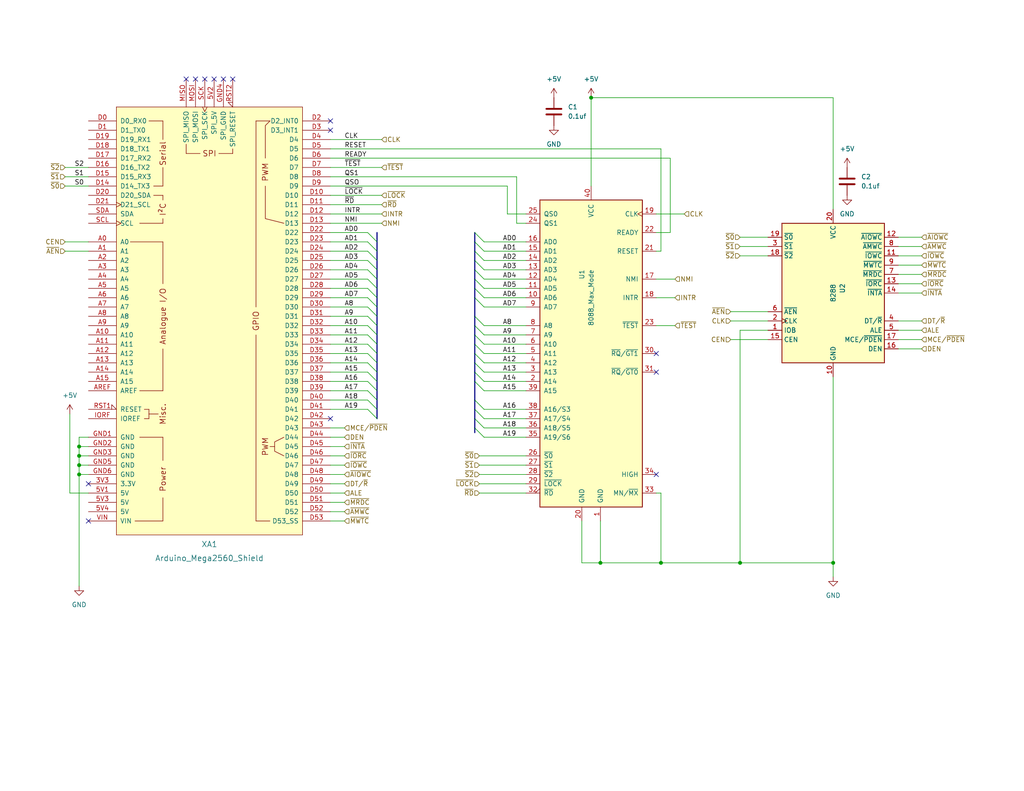
<source format=kicad_sch>
(kicad_sch (version 20211123) (generator eeschema)
  (paper "USLetter")
  (title_block (title "Ard8088") (rev "v01"))
  (lib_symbols
    (symbol "Arduino_Library:Arduino_Mega2560_Shield" (pin_names (offset 1.016))
      (property "Reference" "XA" (at 2.54 0 90))
      (property "Value" "Arduino_Mega2560_Shield" (at -2.54 0 90))
      (symbol "Arduino_Mega2560_Shield_0_0"
        (text "Analogue I/O" (at -12.7 1.27 900) (effects (font (size 1.524 1.524))))
        (text "I²C" (at -12.7 30.48 900) (effects (font (size 1.524 1.524))))
        (text "Misc." (at -12.7 -25.4 900) (effects (font (size 1.524 1.524))))
        (text "Power" (at -12.7 -43.18 900) (effects (font (size 1.524 1.524))))
        (text "PWM" (at 15.24 -34.29 900) (effects (font (size 1.524 1.524))))
        (text "PWM" (at 15.24 40.64 900) (effects (font (size 1.524 1.524))))
        (text "Serial" (at -12.7 45.72 900) (effects (font (size 1.524 1.524))))
        (text "SPI" (at 0 45.72 0) (effects (font (size 1.524 1.524))))
      )
      (symbol "Arduino_Mega2560_Shield_1_0"
        (text "GPIO" (at 12.7 0 900) (effects (font (size 1.524 1.524))))
      )
      (symbol "Arduino_Mega2560_Shield_1_1"
        (pin power_out line (at -33.02 -44.45 0) (length 7.62) (name "3.3V") (number "3V3"))
        (pin power_in line (at -33.02 -46.99 0) (length 7.62) (name "5V") (number "5V1"))
        (pin power_in line (at 1.27 66.04 270) (length 7.62) (name "SPI_5V") (number "5V2"))
        (pin power_in line (at -33.02 -49.53 0) (length 7.62) (name "5V") (number "5V3"))
        (pin power_in line (at -33.02 -52.07 0) (length 7.62) (name "5V") (number "5V4"))
        (pin bidirectional line (at -33.02 21.59 0) (length 7.62) (name "A0") (number "A0"))
        (pin bidirectional line (at -33.02 19.05 0) (length 7.62) (name "A1") (number "A1"))
        (pin bidirectional line (at -33.02 -3.81 0) (length 7.62) (name "A10") (number "A10"))
        (pin bidirectional line (at -33.02 -6.35 0) (length 7.62) (name "A11") (number "A11"))
        (pin bidirectional line (at -33.02 -8.89 0) (length 7.62) (name "A12") (number "A12"))
        (pin bidirectional line (at -33.02 -11.43 0) (length 7.62) (name "A13") (number "A13"))
        (pin bidirectional line (at -33.02 -13.97 0) (length 7.62) (name "A14") (number "A14"))
        (pin bidirectional line (at -33.02 -16.51 0) (length 7.62) (name "A15") (number "A15"))
        (pin bidirectional line (at -33.02 16.51 0) (length 7.62) (name "A2") (number "A2"))
        (pin bidirectional line (at -33.02 13.97 0) (length 7.62) (name "A3") (number "A3"))
        (pin bidirectional line (at -33.02 11.43 0) (length 7.62) (name "A4") (number "A4"))
        (pin bidirectional line (at -33.02 8.89 0) (length 7.62) (name "A5") (number "A5"))
        (pin bidirectional line (at -33.02 6.35 0) (length 7.62) (name "A6") (number "A6"))
        (pin bidirectional line (at -33.02 3.81 0) (length 7.62) (name "A7") (number "A7"))
        (pin bidirectional line (at -33.02 1.27 0) (length 7.62) (name "A8") (number "A8"))
        (pin bidirectional line (at -33.02 -1.27 0) (length 7.62) (name "A9") (number "A9"))
        (pin input line (at -33.02 -19.05 0) (length 7.62) (name "AREF") (number "AREF"))
        (pin bidirectional line (at -33.02 54.61 0) (length 7.62) (name "D0_RX0") (number "D0"))
        (pin bidirectional line (at -33.02 52.07 0) (length 7.62) (name "D1_TX0") (number "D1"))
        (pin bidirectional line (at 33.02 34.29 180) (length 7.62) (name "D10") (number "D10"))
        (pin bidirectional line (at 33.02 31.75 180) (length 7.62) (name "D11") (number "D11"))
        (pin bidirectional line (at 33.02 29.21 180) (length 7.62) (name "D12") (number "D12"))
        (pin bidirectional line (at 33.02 26.67 180) (length 7.62) (name "D13") (number "D13"))
        (pin bidirectional line (at -33.02 36.83 0) (length 7.62) (name "D14_TX3") (number "D14"))
        (pin bidirectional line (at -33.02 39.37 0) (length 7.62) (name "D15_RX3") (number "D15"))
        (pin bidirectional line (at -33.02 41.91 0) (length 7.62) (name "D16_TX2") (number "D16"))
        (pin bidirectional line (at -33.02 44.45 0) (length 7.62) (name "D17_RX2") (number "D17"))
        (pin bidirectional line (at -33.02 46.99 0) (length 7.62) (name "D18_TX1") (number "D18"))
        (pin bidirectional line (at -33.02 49.53 0) (length 7.62) (name "D19_RX1") (number "D19"))
        (pin bidirectional line (at 33.02 54.61 180) (length 7.62) (name "D2_INT0") (number "D2"))
        (pin bidirectional line (at -33.02 34.29 0) (length 7.62) (name "D20_SDA") (number "D20"))
        (pin bidirectional clock (at -33.02 31.75 0) (length 7.62) (name "D21_SCL") (number "D21"))
        (pin bidirectional line (at 33.02 24.13 180) (length 7.62) (name "D22") (number "D22"))
        (pin bidirectional line (at 33.02 21.59 180) (length 7.62) (name "D23") (number "D23"))
        (pin bidirectional line (at 33.02 19.05 180) (length 7.62) (name "D24") (number "D24"))
        (pin bidirectional line (at 33.02 16.51 180) (length 7.62) (name "D25") (number "D25"))
        (pin bidirectional line (at 33.02 13.97 180) (length 7.62) (name "D26") (number "D26"))
        (pin bidirectional line (at 33.02 11.43 180) (length 7.62) (name "D27") (number "D27"))
        (pin bidirectional line (at 33.02 8.89 180) (length 7.62) (name "D28") (number "D28"))
        (pin bidirectional line (at 33.02 6.35 180) (length 7.62) (name "D29") (number "D29"))
        (pin bidirectional line (at 33.02 52.07 180) (length 7.62) (name "D3_INT1") (number "D3"))
        (pin bidirectional line (at 33.02 3.81 180) (length 7.62) (name "D30") (number "D30"))
        (pin bidirectional line (at 33.02 1.27 180) (length 7.62) (name "D31") (number "D31"))
        (pin bidirectional line (at 33.02 -1.27 180) (length 7.62) (name "D32") (number "D32"))
        (pin bidirectional line (at 33.02 -3.81 180) (length 7.62) (name "D33") (number "D33"))
        (pin bidirectional line (at 33.02 -6.35 180) (length 7.62) (name "D34") (number "D34"))
        (pin bidirectional line (at 33.02 -8.89 180) (length 7.62) (name "D35") (number "D35"))
        (pin bidirectional line (at 33.02 -11.43 180) (length 7.62) (name "D36") (number "D36"))
        (pin bidirectional line (at 33.02 -13.97 180) (length 7.62) (name "D37") (number "D37"))
        (pin bidirectional line (at 33.02 -16.51 180) (length 7.62) (name "D38") (number "D38"))
        (pin bidirectional line (at 33.02 -19.05 180) (length 7.62) (name "D39") (number "D39"))
        (pin bidirectional line (at 33.02 49.53 180) (length 7.62) (name "D4") (number "D4"))
        (pin bidirectional line (at 33.02 -21.59 180) (length 7.62) (name "D40") (number "D40"))
        (pin bidirectional line (at 33.02 -24.13 180) (length 7.62) (name "D41") (number "D41"))
        (pin bidirectional line (at 33.02 -26.67 180) (length 7.62) (name "D42") (number "D42"))
        (pin bidirectional line (at 33.02 -29.21 180) (length 7.62) (name "D43") (number "D43"))
        (pin bidirectional line (at 33.02 -31.75 180) (length 7.62) (name "D44") (number "D44"))
        (pin bidirectional line (at 33.02 -34.29 180) (length 7.62) (name "D45") (number "D45"))
        (pin bidirectional line (at 33.02 -36.83 180) (length 7.62) (name "D46") (number "D46"))
        (pin bidirectional line (at 33.02 -39.37 180) (length 7.62) (name "D47") (number "D47"))
        (pin bidirectional line (at 33.02 -41.91 180) (length 7.62) (name "D48") (number "D48"))
        (pin bidirectional line (at 33.02 -44.45 180) (length 7.62) (name "D49") (number "D49"))
        (pin bidirectional line (at 33.02 46.99 180) (length 7.62) (name "D5") (number "D5"))
        (pin bidirectional line (at 33.02 -46.99 180) (length 7.62) (name "D50") (number "D50"))
        (pin bidirectional line (at 33.02 -49.53 180) (length 7.62) (name "D51") (number "D51"))
        (pin bidirectional line (at 33.02 -52.07 180) (length 7.62) (name "D52") (number "D52"))
        (pin bidirectional line (at 33.02 -54.61 180) (length 7.62) (name "D53_SS") (number "D53"))
        (pin bidirectional line (at 33.02 44.45 180) (length 7.62) (name "D6") (number "D6"))
        (pin bidirectional line (at 33.02 41.91 180) (length 7.62) (name "D7") (number "D7"))
        (pin bidirectional line (at 33.02 39.37 180) (length 7.62) (name "D8") (number "D8"))
        (pin bidirectional line (at 33.02 36.83 180) (length 7.62) (name "D9") (number "D9"))
        (pin power_in line (at -33.02 -31.75 0) (length 7.62) (name "GND") (number "GND1"))
        (pin power_in line (at -33.02 -34.29 0) (length 7.62) (name "GND") (number "GND2"))
        (pin power_in line (at -33.02 -36.83 0) (length 7.62) (name "GND") (number "GND3"))
        (pin power_in line (at 3.81 66.04 270) (length 7.62) (name "SPI_GND") (number "GND4"))
        (pin power_in line (at -33.02 -39.37 0) (length 7.62) (name "GND") (number "GND5"))
        (pin power_in line (at -33.02 -41.91 0) (length 7.62) (name "GND") (number "GND6"))
        (pin output line (at -33.02 -26.67 0) (length 7.62) (name "IOREF") (number "IORF"))
        (pin input line (at -6.35 66.04 270) (length 7.62) (name "SPI_MISO") (number "MISO"))
        (pin output line (at -3.81 66.04 270) (length 7.62) (name "SPI_MOSI") (number "MOSI"))
        (pin open_collector input_low (at -33.02 -24.13 0) (length 7.62) (name "RESET") (number "RST1"))
        (pin open_collector input_low (at 6.35 66.04 270) (length 7.62) (name "SPI_RESET") (number "RST2"))
        (pin output clock (at -1.27 66.04 270) (length 7.62) (name "SPI_SCK") (number "SCK"))
        (pin bidirectional clock (at -33.02 26.67 0) (length 7.62) (name "SCL") (number "SCL"))
        (pin bidirectional line (at -33.02 29.21 0) (length 7.62) (name "SDA") (number "SDA"))
        (pin power_in line (at -33.02 -54.61 0) (length 7.62) (name "VIN") (number "VIN"))
      )
    )
    (symbol "Device:C" (pin_numbers hide) (pin_names (offset 0.254))
      (property "Reference" "C" (at 0.635 2.54 0))
      (property "Value" "C" (at 0.635 -2.54 0))
      (symbol "C_1_1"
        (pin passive line (at 0 3.81 270) (length 2.794) (name "~") (number "1"))
        (pin passive line (at 0 -3.81 90) (length 2.794) (name "~") (number "2"))
      )
    )
    (symbol "Interface:8288"
      (property "Reference" "U" (at -13.97 20.32 0))
      (property "Value" "8288" (at 8.89 20.32 0))
      (symbol "8288_1_1"
        (pin input line (at -17.78 -10.16 0) (length 3.81) (name "IOB") (number "1"))
        (pin power_in line (at 0 -22.86 90) (length 3.81) (name "GND") (number "10"))
        (pin tri_state line (at 17.78 10.16 180) (length 3.81) (name "~{IOWC}") (number "11"))
        (pin tri_state line (at 17.78 15.24 180) (length 3.81) (name "~{AIOWC}") (number "12"))
        (pin tri_state line (at 17.78 2.54 180) (length 3.81) (name "~{IORC}") (number "13"))
        (pin tri_state line (at 17.78 0 180) (length 3.81) (name "~{INTA}") (number "14"))
        (pin input line (at -17.78 -12.7 0) (length 3.81) (name "CEN") (number "15"))
        (pin output line (at 17.78 -15.24 180) (length 3.81) (name "DEN") (number "16"))
        (pin output line (at 17.78 -12.7 180) (length 3.81) (name "MCE/~{PDEN}") (number "17"))
        (pin input line (at -17.78 10.16 0) (length 3.81) (name "~{S2}") (number "18"))
        (pin input line (at -17.78 15.24 0) (length 3.81) (name "~{S0}") (number "19"))
        (pin input clock (at -17.78 -7.62 0) (length 3.81) (name "CLK") (number "2"))
        (pin power_in line (at 0 22.86 270) (length 3.81) (name "VCC") (number "20"))
        (pin input line (at -17.78 12.7 0) (length 3.81) (name "~{S1}") (number "3"))
        (pin output line (at 17.78 -7.62 180) (length 3.81) (name "DT/~{R}") (number "4"))
        (pin output line (at 17.78 -10.16 180) (length 3.81) (name "ALE") (number "5"))
        (pin input line (at -17.78 -5.08 0) (length 3.81) (name "~{AEN}") (number "6"))
        (pin tri_state line (at 17.78 5.08 180) (length 3.81) (name "~{MRDC}") (number "7"))
        (pin tri_state line (at 17.78 12.7 180) (length 3.81) (name "~{AMWC}") (number "8"))
        (pin tri_state line (at 17.78 7.62 180) (length 3.81) (name "~{MWTC}") (number "9"))
      )
    )
    (symbol "MCU_Intel:8088_Max_Mode" (pin_names (offset 1.016))
      (property "Reference" "U" (at -12.7 43.18 0))
      (property "Value" "8088_Max_Mode" (at 10.16 43.18 0))
      (symbol "8088_Max_Mode_1_1"
        (pin power_in line (at -2.54 -45.72 90) (length 3.81) (name "GND") (number "1"))
        (pin bidirectional line (at 17.78 15.24 180) (length 3.81) (name "AD6") (number "10"))
        (pin bidirectional line (at 17.78 17.78 180) (length 3.81) (name "AD5") (number "11"))
        (pin bidirectional line (at 17.78 20.32 180) (length 3.81) (name "AD4") (number "12"))
        (pin bidirectional line (at 17.78 22.86 180) (length 3.81) (name "AD3") (number "13"))
        (pin bidirectional line (at 17.78 25.4 180) (length 3.81) (name "AD2") (number "14"))
        (pin bidirectional line (at 17.78 27.94 180) (length 3.81) (name "AD1") (number "15"))
        (pin bidirectional line (at 17.78 30.48 180) (length 3.81) (name "AD0") (number "16"))
        (pin input line (at -17.78 20.32 0) (length 3.81) (name "NMI") (number "17"))
        (pin input line (at -17.78 15.24 0) (length 3.81) (name "INTR") (number "18"))
        (pin input clock (at -17.78 38.1 0) (length 3.81) (name "CLK") (number "19"))
        (pin output line (at 17.78 -7.62 180) (length 3.81) (name "A14") (number "2"))
        (pin power_in line (at 2.54 -45.72 90) (length 3.81) (name "GND") (number "20"))
        (pin input line (at -17.78 27.94 0) (length 3.81) (name "RESET") (number "21"))
        (pin input line (at -17.78 33.02 0) (length 3.81) (name "READY") (number "22"))
        (pin input line (at -17.78 7.62 0) (length 3.81) (name "~{TEST}") (number "23"))
        (pin output line (at 17.78 35.56 180) (length 3.81) (name "QS1") (number "24"))
        (pin output line (at 17.78 38.1 180) (length 3.81) (name "QS0") (number "25"))
        (pin output line (at 17.78 -27.94 180) (length 3.81) (name "~{S0}") (number "26"))
        (pin output line (at 17.78 -30.48 180) (length 3.81) (name "~{S1}") (number "27"))
        (pin output line (at 17.78 -33.02 180) (length 3.81) (name "~{S2}") (number "28"))
        (pin output line (at 17.78 -35.56 180) (length 3.81) (name "~{LOCK}") (number "29"))
        (pin output line (at 17.78 -5.08 180) (length 3.81) (name "A13") (number "3"))
        (pin bidirectional line (at -17.78 0 0) (length 3.81) (name "~{RQ}/~{GT1}") (number "30"))
        (pin bidirectional line (at -17.78 -5.08 0) (length 3.81) (name "~{RQ}/~{GT0}") (number "31"))
        (pin output output_low (at 17.78 -38.1 180) (length 3.81) (name "~{RD}") (number "32"))
        (pin input line (at -17.78 -38.1 0) (length 3.81) (name "MN/~{MX}") (number "33"))
        (pin output line (at -17.78 -33.02 0) (length 3.81) (name "HIGH") (number "34"))
        (pin output line (at 17.78 -22.86 180) (length 3.81) (name "A19/S6") (number "35"))
        (pin output line (at 17.78 -20.32 180) (length 3.81) (name "A18/S5") (number "36"))
        (pin output line (at 17.78 -17.78 180) (length 3.81) (name "A17/S4") (number "37"))
        (pin output line (at 17.78 -15.24 180) (length 3.81) (name "A16/S3") (number "38"))
        (pin output line (at 17.78 -10.16 180) (length 3.81) (name "A15") (number "39"))
        (pin output line (at 17.78 -2.54 180) (length 3.81) (name "A12") (number "4"))
        (pin power_in line (at 0 45.72 270) (length 3.81) (name "VCC") (number "40"))
        (pin output line (at 17.78 0 180) (length 3.81) (name "A11") (number "5"))
        (pin output line (at 17.78 2.54 180) (length 3.81) (name "A10") (number "6"))
        (pin output line (at 17.78 5.08 180) (length 3.81) (name "A9") (number "7"))
        (pin output line (at 17.78 7.62 180) (length 3.81) (name "A8") (number "8"))
        (pin bidirectional line (at 17.78 12.7 180) (length 3.81) (name "AD7") (number "9"))
      )
    )
    (symbol "logo:LOGO" (pin_names (offset 1.016)))
    (symbol "power:+5V" (power) (pin_names (offset 0))
      (property "Value" "+5V" (at 0 3.556 0))
      (symbol "+5V_1_1"
        (pin power_in line (at 0 0 90) (length 0) hide (name "+5V") (number "1"))
      )
    )
    (symbol "power:GND" (power) (pin_names (offset 0))
      (property "Value" "GND" (at 0 -3.81 0))
      (symbol "GND_1_1"
        (pin power_in line (at 0 0 270) (length 0) hide (name "GND") (number "1"))
      )
    )
  )
  (junction (at 180.34 153.67))
  (junction (at 21.59 121.92))
  (junction (at 201.93 153.67))
  (junction (at 21.59 129.54))
  (junction (at 227.33 153.67))
  (junction (at 21.59 127))
  (junction (at 161.29 26.67))
  (junction (at 21.59 124.46))
  (junction (at 163.83 153.67))
  (no_connect (at 90.17 35.56))
  (no_connect (at 90.17 33.02))
  (no_connect (at 179.07 129.54))
  (no_connect (at 179.07 96.52))
  (no_connect (at 179.07 101.6))
  (no_connect (at 50.8 21.59))
  (no_connect (at 53.34 21.59))
  (no_connect (at 55.88 21.59))
  (no_connect (at 90.17 114.3))
  (no_connect (at 24.13 142.24))
  (no_connect (at 24.13 132.08))
  (no_connect (at 58.42 21.59))
  (no_connect (at 60.96 21.59))
  (no_connect (at 63.5 21.59))
  (bus_entry (at 102.87 114.3) (size -2.54 -2.54))
  (bus_entry (at 102.87 101.6) (size -2.54 -2.54))
  (bus_entry (at 102.87 104.14) (size -2.54 -2.54))
  (bus_entry (at 102.87 99.06) (size -2.54 -2.54))
  (bus_entry (at 102.87 106.68) (size -2.54 -2.54))
  (bus_entry (at 102.87 111.76) (size -2.54 -2.54))
  (bus_entry (at 102.87 109.22) (size -2.54 -2.54))
  (bus_entry (at 102.87 81.28) (size -2.54 -2.54))
  (bus_entry (at 102.87 83.82) (size -2.54 -2.54))
  (bus_entry (at 102.87 86.36) (size -2.54 -2.54))
  (bus_entry (at 102.87 88.9) (size -2.54 -2.54))
  (bus_entry (at 102.87 66.04) (size -2.54 -2.54))
  (bus_entry (at 102.87 68.58) (size -2.54 -2.54))
  (bus_entry (at 102.87 71.12) (size -2.54 -2.54))
  (bus_entry (at 102.87 73.66) (size -2.54 -2.54))
  (bus_entry (at 102.87 76.2) (size -2.54 -2.54))
  (bus_entry (at 102.87 78.74) (size -2.54 -2.54))
  (bus_entry (at 102.87 91.44) (size -2.54 -2.54))
  (bus_entry (at 102.87 93.98) (size -2.54 -2.54))
  (bus_entry (at 102.87 96.52) (size -2.54 -2.54))
  (bus_entry (at 129.54 63.5) (size 2.54 2.54))
  (bus_entry (at 129.54 66.04) (size 2.54 2.54))
  (bus_entry (at 129.54 68.58) (size 2.54 2.54))
  (bus_entry (at 129.54 71.12) (size 2.54 2.54))
  (bus_entry (at 129.54 73.66) (size 2.54 2.54))
  (bus_entry (at 129.54 76.2) (size 2.54 2.54))
  (bus_entry (at 129.54 78.74) (size 2.54 2.54))
  (bus_entry (at 129.54 81.28) (size 2.54 2.54))
  (bus_entry (at 129.54 86.36) (size 2.54 2.54))
  (bus_entry (at 129.54 88.9) (size 2.54 2.54))
  (bus_entry (at 129.54 91.44) (size 2.54 2.54))
  (bus_entry (at 129.54 93.98) (size 2.54 2.54))
  (bus_entry (at 129.54 96.52) (size 2.54 2.54))
  (bus_entry (at 129.54 99.06) (size 2.54 2.54))
  (bus_entry (at 129.54 101.6) (size 2.54 2.54))
  (bus_entry (at 129.54 104.14) (size 2.54 2.54))
  (bus_entry (at 129.54 116.84) (size 2.54 2.54))
  (bus_entry (at 129.54 109.22) (size 2.54 2.54))
  (bus_entry (at 129.54 111.76) (size 2.54 2.54))
  (bus_entry (at 129.54 114.3) (size 2.54 2.54))
  (wire (pts (xy 158.75 153.67) (xy 163.83 153.67)))
  (wire (pts (xy 163.83 142.24) (xy 163.83 153.67)))
  (wire (pts (xy 245.11 74.93) (xy 251.46 74.93)))
  (wire (pts (xy 90.17 134.62) (xy 93.98 134.62)))
  (bus (pts (xy 129.54 73.66) (xy 129.54 76.2)))
  (wire (pts (xy 90.17 83.82) (xy 100.33 83.82)))
  (bus (pts (xy 102.87 81.28) (xy 102.87 83.82)))
  (bus (pts (xy 102.87 86.36) (xy 102.87 88.9)))
  (wire (pts (xy 90.17 81.28) (xy 100.33 81.28)))
  (bus (pts (xy 102.87 76.2) (xy 102.87 78.74)))
  (wire (pts (xy 158.75 142.24) (xy 158.75 153.67)))
  (wire (pts (xy 199.39 85.09) (xy 209.55 85.09)))
  (wire (pts (xy 132.08 76.2) (xy 143.51 76.2)))
  (wire (pts (xy 130.81 129.54) (xy 143.51 129.54)))
  (wire (pts (xy 90.17 127) (xy 93.98 127)))
  (wire (pts (xy 90.17 53.34) (xy 104.14 53.34)))
  (wire (pts (xy 90.17 38.1) (xy 104.14 38.1)))
  (wire (pts (xy 245.11 80.01) (xy 251.46 80.01)))
  (wire (pts (xy 227.33 102.87) (xy 227.33 153.67)))
  (wire (pts (xy 90.17 43.18) (xy 182.88 43.18)))
  (wire (pts (xy 90.17 55.88) (xy 104.14 55.88)))
  (wire (pts (xy 21.59 127) (xy 24.13 127)))
  (wire (pts (xy 132.08 66.04) (xy 143.51 66.04)))
  (wire (pts (xy 90.17 86.36) (xy 100.33 86.36)))
  (wire (pts (xy 90.17 142.24) (xy 93.98 142.24)))
  (bus (pts (xy 129.54 91.44) (xy 129.54 93.98)))
  (bus (pts (xy 102.87 71.12) (xy 102.87 73.66)))
  (bus (pts (xy 129.54 63.5) (xy 129.54 66.04)))
  (wire (pts (xy 132.08 91.44) (xy 143.51 91.44)))
  (wire (pts (xy 179.07 58.42) (xy 186.69 58.42)))
  (wire (pts (xy 132.08 116.84) (xy 143.51 116.84)))
  (wire (pts (xy 245.11 92.71) (xy 251.46 92.71)))
  (wire (pts (xy 201.93 69.85) (xy 209.55 69.85)))
  (wire (pts (xy 132.08 68.58) (xy 143.51 68.58)))
  (wire (pts (xy 227.33 153.67) (xy 227.33 157.48)))
  (wire (pts (xy 245.11 72.39) (xy 251.46 72.39)))
  (wire (pts (xy 90.17 121.92) (xy 93.98 121.92)))
  (bus (pts (xy 129.54 66.04) (xy 129.54 68.58)))
  (wire (pts (xy 245.11 67.31) (xy 251.46 67.31)))
  (bus (pts (xy 129.54 96.52) (xy 129.54 99.06)))
  (wire (pts (xy 132.08 88.9) (xy 143.51 88.9)))
  (wire (pts (xy 161.29 26.67) (xy 161.29 50.8)))
  (bus (pts (xy 102.87 104.14) (xy 102.87 106.68)))
  (wire (pts (xy 245.11 87.63) (xy 251.46 87.63)))
  (bus (pts (xy 102.87 111.76) (xy 102.87 114.3)))
  (wire (pts (xy 161.29 26.67) (xy 227.33 26.67)))
  (wire (pts (xy 90.17 99.06) (xy 100.33 99.06)))
  (wire (pts (xy 21.59 121.92) (xy 21.59 124.46)))
  (bus (pts (xy 102.87 88.9) (xy 102.87 91.44)))
  (wire (pts (xy 90.17 91.44) (xy 100.33 91.44)))
  (wire (pts (xy 130.81 134.62) (xy 143.51 134.62)))
  (wire (pts (xy 24.13 134.62) (xy 19.05 134.62)))
  (wire (pts (xy 90.17 93.98) (xy 100.33 93.98)))
  (wire (pts (xy 90.17 66.04) (xy 100.33 66.04)))
  (bus (pts (xy 102.87 101.6) (xy 102.87 104.14)))
  (wire (pts (xy 21.59 119.38) (xy 21.59 121.92)))
  (wire (pts (xy 245.11 90.17) (xy 251.46 90.17)))
  (bus (pts (xy 102.87 99.06) (xy 102.87 101.6)))
  (wire (pts (xy 132.08 81.28) (xy 143.51 81.28)))
  (bus (pts (xy 129.54 81.28) (xy 129.54 86.36)))
  (wire (pts (xy 90.17 139.7) (xy 93.98 139.7)))
  (wire (pts (xy 90.17 119.38) (xy 93.98 119.38)))
  (wire (pts (xy 90.17 124.46) (xy 93.98 124.46)))
  (wire (pts (xy 17.78 50.8) (xy 24.13 50.8)))
  (wire (pts (xy 17.78 66.04) (xy 24.13 66.04)))
  (wire (pts (xy 90.17 48.26) (xy 140.97 48.26)))
  (wire (pts (xy 17.78 45.72) (xy 24.13 45.72)))
  (wire (pts (xy 90.17 96.52) (xy 100.33 96.52)))
  (wire (pts (xy 179.07 68.58) (xy 180.34 68.58)))
  (wire (pts (xy 90.17 116.84) (xy 93.98 116.84)))
  (wire (pts (xy 180.34 153.67) (xy 201.93 153.67)))
  (bus (pts (xy 102.87 78.74) (xy 102.87 81.28)))
  (wire (pts (xy 90.17 60.96) (xy 104.14 60.96)))
  (wire (pts (xy 180.34 134.62) (xy 180.34 153.67)))
  (bus (pts (xy 102.87 109.22) (xy 102.87 111.76)))
  (wire (pts (xy 138.43 50.8) (xy 138.43 58.42)))
  (wire (pts (xy 245.11 64.77) (xy 251.46 64.77)))
  (wire (pts (xy 132.08 71.12) (xy 143.51 71.12)))
  (bus (pts (xy 129.54 88.9) (xy 129.54 91.44)))
  (bus (pts (xy 129.54 93.98) (xy 129.54 96.52)))
  (wire (pts (xy 180.34 40.64) (xy 180.34 68.58)))
  (wire (pts (xy 132.08 106.68) (xy 143.51 106.68)))
  (wire (pts (xy 21.59 127) (xy 21.59 129.54)))
  (wire (pts (xy 132.08 73.66) (xy 143.51 73.66)))
  (wire (pts (xy 90.17 109.22) (xy 100.33 109.22)))
  (wire (pts (xy 132.08 99.06) (xy 143.51 99.06)))
  (wire (pts (xy 199.39 92.71) (xy 209.55 92.71)))
  (wire (pts (xy 132.08 96.52) (xy 143.51 96.52)))
  (wire (pts (xy 90.17 129.54) (xy 93.98 129.54)))
  (wire (pts (xy 90.17 111.76) (xy 100.33 111.76)))
  (bus (pts (xy 129.54 109.22) (xy 129.54 111.76)))
  (wire (pts (xy 201.93 153.67) (xy 227.33 153.67)))
  (wire (pts (xy 227.33 57.15) (xy 227.33 26.67)))
  (bus (pts (xy 129.54 68.58) (xy 129.54 71.12)))
  (wire (pts (xy 201.93 90.17) (xy 209.55 90.17)))
  (wire (pts (xy 90.17 137.16) (xy 93.98 137.16)))
  (bus (pts (xy 129.54 111.76) (xy 129.54 114.3)))
  (wire (pts (xy 179.07 81.28) (xy 184.15 81.28)))
  (wire (pts (xy 90.17 45.72) (xy 104.14 45.72)))
  (bus (pts (xy 129.54 78.74) (xy 129.54 81.28)))
  (wire (pts (xy 21.59 129.54) (xy 21.59 160.02)))
  (wire (pts (xy 201.93 90.17) (xy 201.93 153.67)))
  (wire (pts (xy 199.39 87.63) (xy 209.55 87.63)))
  (wire (pts (xy 132.08 111.76) (xy 143.51 111.76)))
  (wire (pts (xy 132.08 104.14) (xy 143.51 104.14)))
  (wire (pts (xy 90.17 71.12) (xy 100.33 71.12)))
  (bus (pts (xy 102.87 63.5) (xy 102.87 66.04)))
  (bus (pts (xy 129.54 104.14) (xy 129.54 109.22)))
  (wire (pts (xy 21.59 129.54) (xy 24.13 129.54)))
  (wire (pts (xy 140.97 60.96) (xy 143.51 60.96)))
  (wire (pts (xy 90.17 58.42) (xy 104.14 58.42)))
  (wire (pts (xy 179.07 76.2) (xy 184.15 76.2)))
  (wire (pts (xy 132.08 101.6) (xy 143.51 101.6)))
  (bus (pts (xy 129.54 86.36) (xy 129.54 88.9)))
  (bus (pts (xy 129.54 101.6) (xy 129.54 104.14)))
  (bus (pts (xy 129.54 76.2) (xy 129.54 78.74)))
  (wire (pts (xy 21.59 121.92) (xy 24.13 121.92)))
  (wire (pts (xy 132.08 93.98) (xy 143.51 93.98)))
  (wire (pts (xy 90.17 78.74) (xy 100.33 78.74)))
  (wire (pts (xy 140.97 48.26) (xy 140.97 60.96)))
  (wire (pts (xy 17.78 48.26) (xy 24.13 48.26)))
  (wire (pts (xy 130.81 132.08) (xy 143.51 132.08)))
  (wire (pts (xy 132.08 83.82) (xy 143.51 83.82)))
  (wire (pts (xy 90.17 132.08) (xy 93.98 132.08)))
  (wire (pts (xy 138.43 58.42) (xy 143.51 58.42)))
  (wire (pts (xy 19.05 134.62) (xy 19.05 113.03)))
  (wire (pts (xy 132.08 114.3) (xy 143.51 114.3)))
  (wire (pts (xy 21.59 124.46) (xy 21.59 127)))
  (bus (pts (xy 102.87 96.52) (xy 102.87 99.06)))
  (wire (pts (xy 245.11 69.85) (xy 251.46 69.85)))
  (wire (pts (xy 182.88 43.18) (xy 182.88 63.5)))
  (wire (pts (xy 130.81 124.46) (xy 143.51 124.46)))
  (wire (pts (xy 90.17 88.9) (xy 100.33 88.9)))
  (wire (pts (xy 17.78 68.58) (xy 24.13 68.58)))
  (bus (pts (xy 129.54 116.84) (xy 129.54 118.11)))
  (wire (pts (xy 130.81 127) (xy 143.51 127)))
  (wire (pts (xy 245.11 77.47) (xy 251.46 77.47)))
  (wire (pts (xy 90.17 73.66) (xy 100.33 73.66)))
  (wire (pts (xy 90.17 40.64) (xy 180.34 40.64)))
  (wire (pts (xy 90.17 50.8) (xy 138.43 50.8)))
  (wire (pts (xy 90.17 63.5) (xy 100.33 63.5)))
  (bus (pts (xy 102.87 106.68) (xy 102.87 109.22)))
  (wire (pts (xy 90.17 68.58) (xy 100.33 68.58)))
  (wire (pts (xy 179.07 134.62) (xy 180.34 134.62)))
  (wire (pts (xy 163.83 153.67) (xy 180.34 153.67)))
  (wire (pts (xy 90.17 106.68) (xy 100.33 106.68)))
  (bus (pts (xy 102.87 93.98) (xy 102.87 96.52)))
  (wire (pts (xy 201.93 64.77) (xy 209.55 64.77)))
  (bus (pts (xy 102.87 91.44) (xy 102.87 93.98)))
  (wire (pts (xy 179.07 88.9) (xy 184.15 88.9)))
  (wire (pts (xy 90.17 76.2) (xy 100.33 76.2)))
  (bus (pts (xy 129.54 114.3) (xy 129.54 116.84)))
  (wire (pts (xy 21.59 119.38) (xy 24.13 119.38)))
  (bus (pts (xy 102.87 73.66) (xy 102.87 76.2)))
  (wire (pts (xy 201.93 67.31) (xy 209.55 67.31)))
  (wire (pts (xy 132.08 78.74) (xy 143.51 78.74)))
  (wire (pts (xy 90.17 101.6) (xy 100.33 101.6)))
  (bus (pts (xy 102.87 66.04) (xy 102.87 68.58)))
  (wire (pts (xy 179.07 63.5) (xy 182.88 63.5)))
  (wire (pts (xy 132.08 119.38) (xy 143.51 119.38)))
  (bus (pts (xy 102.87 68.58) (xy 102.87 71.12)))
  (bus (pts (xy 129.54 99.06) (xy 129.54 101.6)))
  (wire (pts (xy 21.59 124.46) (xy 24.13 124.46)))
  (wire (pts (xy 245.11 95.25) (xy 251.46 95.25)))
  (wire (pts (xy 90.17 104.14) (xy 100.33 104.14)))
  (bus (pts (xy 102.87 83.82) (xy 102.87 86.36)))
  (bus (pts (xy 129.54 71.12) (xy 129.54 73.66)))
  (label "RESET" (at 93.98 40.64 0))
  (label "A17" (at 137.16 114.3 0))
  (label "A18" (at 137.16 116.84 0))
  (label "AD0" (at 93.98 63.5 0))
  (label "INTR" (at 93.98 58.42 0))
  (label "AD2" (at 93.98 68.58 0))
  (label "A15" (at 93.98 101.6 0))
  (label "A15" (at 137.16 106.68 0))
  (label "A19" (at 93.98 111.76 0))
  (label "AD4" (at 137.16 76.2 0))
  (label "READY" (at 93.98 43.18 0))
  (label "A14" (at 137.16 104.14 0))
  (label "CLK" (at 93.98 38.1 0))
  (label "A12" (at 93.98 93.98 0))
  (label "A9" (at 137.16 91.44 0))
  (label "~{TEST}" (at 93.98 45.72 0))
  (label "A11" (at 137.16 96.52 0))
  (label "AD3" (at 137.16 73.66 0))
  (label "A19" (at 137.16 119.38 0))
  (label "AD4" (at 93.98 73.66 0))
  (label "AD1" (at 93.98 66.04 0))
  (label "A16" (at 93.98 104.14 0))
  (label "AD0" (at 137.16 66.04 0))
  (label "A13" (at 93.98 96.52 0))
  (label "~{LOCK}" (at 93.98 53.34 0))
  (label "A17" (at 93.98 106.68 0))
  (label "A16" (at 137.16 111.76 0))
  (label "QS1" (at 93.98 48.26 0))
  (label "A9" (at 93.98 86.36 0))
  (label "A11" (at 93.98 91.44 0))
  (label "A8" (at 93.98 83.82 0))
  (label "A8" (at 137.16 88.9 0))
  (label "AD7" (at 137.16 83.82 0))
  (label "~{RD}" (at 93.98 55.88 0))
  (label "AD3" (at 93.98 71.12 0))
  (label "NMI" (at 93.98 60.96 0))
  (label "A14" (at 93.98 99.06 0))
  (label "AD1" (at 137.16 68.58 0))
  (label "QSO" (at 93.98 50.8 0))
  (label "A18" (at 93.98 109.22 0))
  (label "A12" (at 137.16 99.06 0))
  (label "A10" (at 93.98 88.9 0))
  (label "AD7" (at 93.98 81.28 0))
  (label "S2" (at 20.32 45.72 0))
  (label "A10" (at 137.16 93.98 0))
  (label "S0" (at 20.32 50.8 0))
  (label "AD5" (at 137.16 78.74 0))
  (label "A13" (at 137.16 101.6 0))
  (label "AD6" (at 137.16 81.28 0))
  (label "AD6" (at 93.98 78.74 0))
  (label "AD5" (at 93.98 76.2 0))
  (label "S1" (at 20.32 48.26 0))
  (label "AD2" (at 137.16 71.12 0))
  (hierarchical_label "CLK" (shape input) (at 199.39 87.63 180))
  (hierarchical_label "~{IORC}" (shape input) (at 251.46 77.47 0))
  (hierarchical_label "~{INTA}" (shape input) (at 251.46 80.01 0))
  (hierarchical_label "~{S2}" (shape input) (at 201.93 69.85 180))
  (hierarchical_label "~{LOCK}" (shape input) (at 104.14 53.34 0))
  (hierarchical_label "~{AIOWC}" (shape input) (at 93.98 129.54 0))
  (hierarchical_label "~{IOWC}" (shape input) (at 93.98 127 0))
  (hierarchical_label "~{AEN}" (shape input) (at 17.78 68.58 180))
  (hierarchical_label "DEN" (shape input) (at 251.46 95.25 0))
  (hierarchical_label "~{AMWC}" (shape input) (at 251.46 67.31 0))
  (hierarchical_label "~{S1}" (shape input) (at 201.93 67.31 180))
  (hierarchical_label "~{S0}" (shape input) (at 201.93 64.77 180))
  (hierarchical_label "INTR" (shape input) (at 104.14 58.42 0))
  (hierarchical_label "~{AMWC}" (shape input) (at 93.98 139.7 0))
  (hierarchical_label "~{IOWC}" (shape input) (at 251.46 69.85 0))
  (hierarchical_label "~{TEST}" (shape input) (at 184.15 88.9 0))
  (hierarchical_label "~{MRDC}" (shape input) (at 93.98 137.16 0))
  (hierarchical_label "CEN" (shape input) (at 199.39 92.71 180))
  (hierarchical_label "ALE" (shape input) (at 251.46 90.17 0))
  (hierarchical_label "ALE" (shape input) (at 93.98 134.62 0))
  (hierarchical_label "~{S1}" (shape input) (at 17.78 48.26 180))
  (hierarchical_label "NMI" (shape input) (at 184.15 76.2 0))
  (hierarchical_label "~{IORC}" (shape input) (at 93.98 124.46 0))
  (hierarchical_label "CEN" (shape input) (at 17.78 66.04 180))
  (hierarchical_label "DEN" (shape input) (at 93.98 119.38 0))
  (hierarchical_label "~{LOCK}" (shape input) (at 130.81 132.08 180))
  (hierarchical_label "MCE{slash}~{PDEN}" (shape input) (at 93.98 116.84 0))
  (hierarchical_label "DT{slash}~{R}" (shape input) (at 251.46 87.63 0))
  (hierarchical_label "~{RD}" (shape input) (at 130.81 134.62 180))
  (hierarchical_label "~{S2}" (shape input) (at 17.78 45.72 180))
  (hierarchical_label "~{S0}" (shape input) (at 130.81 124.46 180))
  (hierarchical_label "~{S1}" (shape input) (at 130.81 127 180))
  (hierarchical_label "CLK" (shape input) (at 104.14 38.1 0))
  (hierarchical_label "~{AIOWC}" (shape input) (at 251.46 64.77 0))
  (hierarchical_label "INTR" (shape input) (at 184.15 81.28 0))
  (hierarchical_label "~{AEN}" (shape input) (at 199.39 85.09 180))
  (hierarchical_label "~{MWTC}" (shape input) (at 251.46 72.39 0))
  (hierarchical_label "~{TEST}" (shape input) (at 104.14 45.72 0))
  (hierarchical_label "CLK" (shape input) (at 186.69 58.42 0))
  (hierarchical_label "~{INTA}" (shape input) (at 93.98 121.92 0))
  (hierarchical_label "~{S2}" (shape input) (at 130.81 129.54 180))
  (hierarchical_label "~{S0}" (shape input) (at 17.78 50.8 180))
  (hierarchical_label "DT{slash}~{R}" (shape input) (at 93.98 132.08 0))
  (hierarchical_label "~{RD}" (shape input) (at 104.14 55.88 0))
  (hierarchical_label "~{MWTC}" (shape input) (at 93.98 142.24 0))
  (hierarchical_label "MCE{slash}~{PDEN}" (shape input) (at 251.46 92.71 0))
  (hierarchical_label "NMI" (shape input) (at 104.14 60.96 0))
  (hierarchical_label "~{MRDC}" (shape input) (at 251.46 74.93 0))
  (symbol (lib_id "Device:C") (at 231.14 49.53 0) (unit 1)
    (property "Reference" "C2" (at 234.95 48.2599 0) (effects (justify left)))
    (property "Value" "0.1uf" (at 234.95 50.7999 0) (effects (justify left)))
    (property "Footprint" "Capacitor_SMD:C_0805_2012Metric_Pad1.18x1.45mm_HandSolder" (effects hide))
  )
  (symbol (lib_id "Arduino_Library:Arduino_Mega2560_Shield") (at 57.15 87.63 0) (unit 1)
    (property "Reference" "XA1" (at 57.15 148.59 0) (effects (font (size 1.524 1.524))))
    (property "Value" "Arduino_Mega2560_Shield" (at 57.15 152.4 0) (effects (font (size 1.524 1.524))))
    (property "Footprint" "Arduino_Library:Arduino_Mega2560_Shield" (effects hide))
    (property "Datasheet" "https://store.arduino.cc/products/arduino-mega-2560-rev3" (effects hide))
  )
  (symbol (lib_id "power:GND") (at 227.33 157.48 0) (unit 1)
    (property "Reference" "#PWR0102" (effects hide))
    (property "Value" "GND" (at 227.33 162.56 0))
  )
  (symbol (lib_id "power:+5V") (at 19.05 113.03 0) (unit 1)
    (property "Reference" "#PWR0103" (effects hide))
    (property "Value" "+5V" (at 19.05 107.95 0))
  )
  (symbol (lib_id "power:GND") (at 21.59 160.02 0) (unit 1)
    (property "Reference" "#PWR0101" (effects hide))
    (property "Value" "GND" (at 21.59 165.1 0))
  )
  (symbol (lib_id "MCU_Intel:8088_Max_Mode") (at 161.29 96.52 0) (mirror y) (unit 1)
    (property "Reference" "U1" (at 158.75 74.93 90))
    (property "Value" "8088_Max_Mode" (at 161.29 81.28 90))
    (property "Footprint" "Package_DIP:DIP-40_W15.24mm" (effects hide))
    (property "Datasheet" "http://datasheets.chipdb.org/Intel/x86/808x/datashts/8088/231456-006.pdf" (effects hide))
  )
  (symbol (lib_id "power:GND") (at 231.14 53.34 0) (unit 1)
    (property "Reference" "#PWR0108" (effects hide))
    (property "Value" "GND" (at 231.14 58.42 0))
  )
  (symbol (lib_id "power:+5V") (at 161.29 26.67 0) (unit 1)
    (property "Reference" "#PWR0104" (effects hide))
    (property "Value" "+5V" (at 161.29 21.59 0))
  )
  (symbol (lib_id "logo:LOGO") (at 288.29 262.89 0) (unit 1)
    (property "Reference" "#G1" (effects hide))
    (property "Value" "LOGO" (effects hide))
  )
  (symbol (lib_id "power:+5V") (at 231.14 45.72 0) (unit 1)
    (property "Reference" "#PWR0107" (effects hide))
    (property "Value" "+5V" (at 231.14 40.64 0))
  )
  (symbol (lib_id "power:+5V") (at 151.13 26.67 0) (unit 1)
    (property "Reference" "#PWR0105" (effects hide))
    (property "Value" "+5V" (at 151.13 21.59 0))
  )
  (symbol (lib_id "Interface:8288") (at 227.33 80.01 0) (unit 1)
    (property "Reference" "U2" (at 229.87 78.74 90))
    (property "Value" "8288" (at 227.33 80.01 90))
    (property "Footprint" "Package_DIP:DIP-20_W7.62mm" (effects hide))
    (property "Datasheet" "http://www.datasheets360.com/pdf/7208679415653955300" (effects hide))
  )
  (symbol (lib_id "power:GND") (at 151.13 34.29 0) (unit 1)
    (property "Reference" "#PWR0106" (effects hide))
    (property "Value" "GND" (at 151.13 39.37 0))
  )
  (symbol (lib_id "Device:C") (at 151.13 30.48 0) (unit 1)
    (property "Reference" "C1" (at 154.94 29.2099 0) (effects (justify left)))
    (property "Value" "0.1uf" (at 154.94 31.7499 0) (effects (justify left)))
    (property "Footprint" "Capacitor_SMD:C_0805_2012Metric_Pad1.18x1.45mm_HandSolder" (effects hide))
  )
)
</source>
